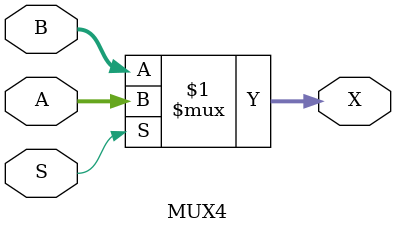
<source format=v>
module MUX4(X, A, B, S);
   parameter WIDTH=4;     // How many bits wide are the lines

   output [WIDTH-1:0] X;   // The output line

   input [WIDTH-1:0]  A;  // Input line with id 1'b1
   input [WIDTH-1:0]  B;  // Input line with id 1'b0
   input 	      S;  // Selection bit
   
   assign X = S ? A : B;
endmodule // multiplexer_2_1

//if S=0; select A
</source>
